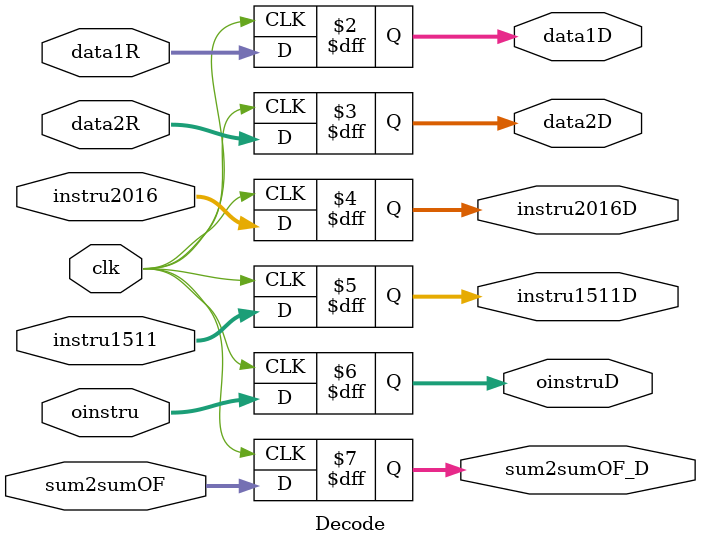
<source format=v>
`timescale 1ns / 1ps


module Decode(clk,data1R,data2R,data1D,data2D,instru2016,instru2016D,instru1511,instru1511D,oinstru,oinstruD,sum2sumOF,sum2sumOF_D);
        
        input clk;
        input [31:0] data1R;
        input [31:0] data2R;
        input [4:0]  instru2016;
        input [4:0]  instru1511;
        input [31:0] oinstru;
        input [31:0] sum2sumOF;
        
        output reg [31:0] data1D;
        output reg [31:0] data2D;
        output reg [4:0]  instru2016D;
        output reg [4:0]  instru1511D;
        output reg [31:0] oinstruD;
        output reg [31:0] sum2sumOF_D;
        
always @(posedge clk)
  begin
  
  data1D = data1R;
  data2D = data2R;
  instru2016D = instru2016;
  instru1511D = instru1511; 
  oinstruD = oinstru;
  sum2sumOF_D = sum2sumOF;
  
  end
    
endmodule

</source>
